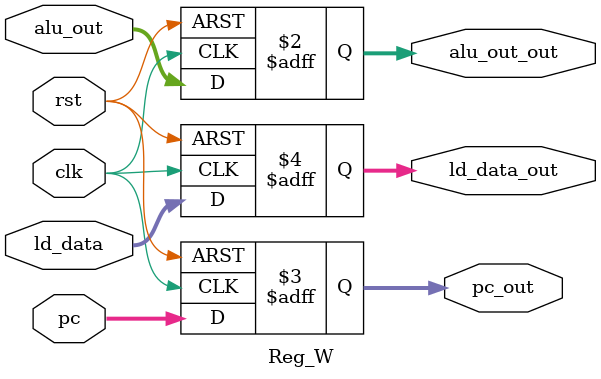
<source format=v>
module Reg_W(
    input clk,
    input rst,
    input [31:0] alu_out,
    input [31:0] ld_data,
input [31:0] pc,
    output reg [31:0] alu_out_out,
output reg [31:0] pc_out,
    output reg [31:0] ld_data_out
);
always@(posedge clk or posedge rst)
begin
if (rst)begin
alu_out_out <= 32'b0;
ld_data_out <= 32'b0;
pc_out<=32'd0;
end
else begin
alu_out_out <= alu_out;
ld_data_out <= ld_data;
pc_out<= pc;
end
end
endmodule

</source>
